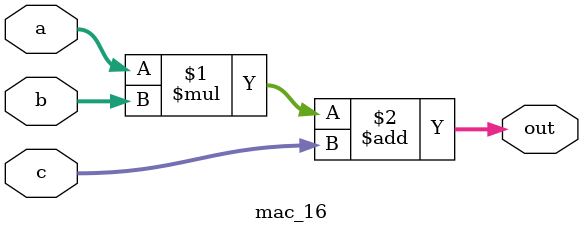
<source format=v>


module mac_16(a, b, c, out);
parameter DATA_WIDTH = 16;  /* declare a parameter. default required */
input [DATA_WIDTH - 1 : 0] a, b, c;
output [DATA_WIDTH - 1 : 0] out;

assign out = a * b + c;

endmodule










</source>
